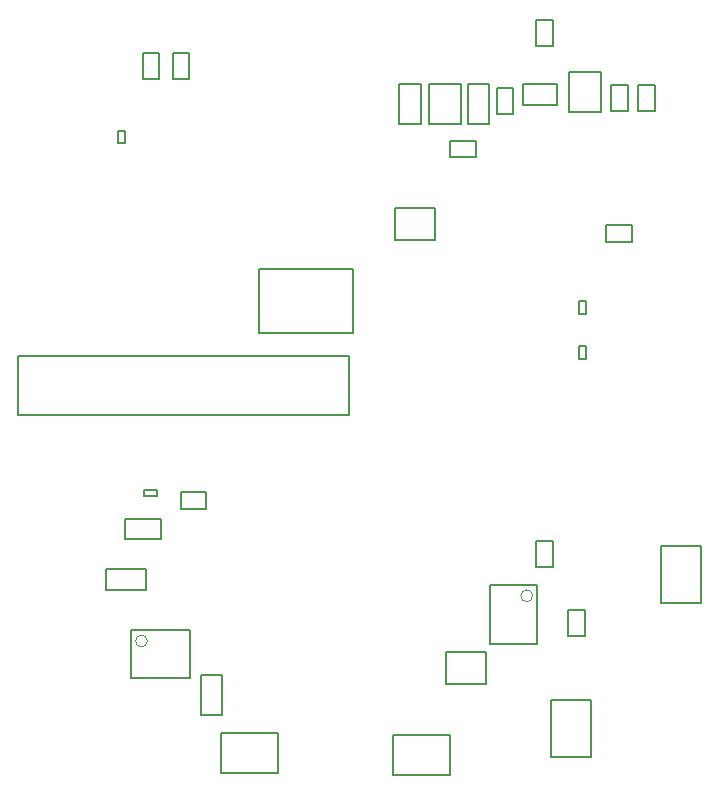
<source format=gbr>
G04 Layer_Color=16711935*
%FSLAX26Y26*%
%MOIN*%
%TF.FileFunction,Other,Mechanical_13*%
%TF.Part,Single*%
G01*
G75*
%TA.AperFunction,NonConductor*%
%ADD60C,0.003937*%
%ADD61C,0.005000*%
D60*
X1780252Y221520D02*
G03*
X1780252Y221520I-19685J0D01*
G01*
X495929Y70394D02*
G03*
X495929Y70394I-19685J0D01*
G01*
D61*
X1848542Y316692D02*
Y403306D01*
X1791456Y316692D02*
Y403306D01*
Y316692D02*
X1848542D01*
X1791456Y403306D02*
X1848542D01*
X1955598Y88126D02*
Y174740D01*
X1898512Y88126D02*
Y174740D01*
Y88126D02*
X1955598D01*
X1898512Y174740D02*
X1955598D01*
X1492126Y33584D02*
X1625986D01*
X1492126Y-72716D02*
X1625986D01*
Y33584D01*
X1492126Y-72716D02*
Y33584D01*
X1796000Y60102D02*
Y256954D01*
X1638520Y60102D02*
Y256954D01*
X1796000D01*
X1638520Y60102D02*
X1796000D01*
X1563566Y1794014D02*
X1634434D01*
X1563566Y1927872D02*
X1634434D01*
Y1794014D02*
Y1927872D01*
X1563566Y1794014D02*
Y1927872D01*
X1435850Y1794016D02*
X1542150D01*
X1435850Y1927874D02*
X1542150D01*
Y1794016D02*
Y1927874D01*
X1435850Y1794016D02*
Y1927874D01*
X1336219Y1794293D02*
X1407085D01*
X1336219Y1928150D02*
X1407085D01*
Y1794293D02*
Y1928150D01*
X1336219Y1794293D02*
Y1928150D01*
X2130456Y1837636D02*
X2187544D01*
X2130456Y1924250D02*
X2187544D01*
Y1837636D02*
Y1924250D01*
X2130456Y1837636D02*
Y1924250D01*
X2040458Y1837636D02*
X2097544D01*
X2040458Y1924250D02*
X2097544D01*
Y1837636D02*
Y1924250D01*
X2040458Y1837636D02*
Y1924250D01*
X1790220Y2141259D02*
X1847308D01*
X1790220Y2054645D02*
X1847308D01*
X1790220D02*
Y2141259D01*
X1847308Y2054645D02*
Y2141259D01*
X1842072Y-314488D02*
Y-125512D01*
X1975930Y-314488D02*
Y-125512D01*
X1842072D02*
X1975930D01*
X1842072Y-314488D02*
X1975930D01*
X1314512Y-376930D02*
Y-243070D01*
X1503490Y-376930D02*
Y-243070D01*
X1314512Y-376930D02*
X1503490D01*
X1314512Y-243070D02*
X1503490D01*
X741024Y-370550D02*
Y-236692D01*
X930000Y-370550D02*
Y-236692D01*
X741024Y-370550D02*
X930000D01*
X741024Y-236692D02*
X930000D01*
X1901181Y1966536D02*
X2007481D01*
X1901181Y1832676D02*
X2007481D01*
X1901181D02*
Y1966536D01*
X2007481Y1832676D02*
Y1966536D01*
X1662426Y1914252D02*
X1715574D01*
X1662426Y1827638D02*
X1715574D01*
X1662426D02*
Y1914252D01*
X1715574Y1827638D02*
Y1914252D01*
X1592308Y1684368D02*
Y1737518D01*
X1505692Y1684368D02*
Y1737518D01*
X1592308D01*
X1505692Y1684368D02*
X1592308D01*
X1747662Y1857912D02*
Y1926810D01*
X1861834Y1857912D02*
Y1926810D01*
X1747662D02*
X1861834D01*
X1747662Y1857912D02*
X1861834D01*
X485386Y552606D02*
Y574260D01*
X526724Y552606D02*
Y574260D01*
X485386Y552606D02*
X526724D01*
X485386Y574260D02*
X526724D01*
X1166929Y825394D02*
Y1022244D01*
X64567D02*
X1166929D01*
X64567Y825394D02*
Y1022244D01*
Y825394D02*
X1166929D01*
X1454332Y1406496D02*
Y1512796D01*
X1320472Y1406496D02*
Y1512796D01*
Y1406496D02*
X1454332D01*
X1320472Y1512796D02*
X1454332D01*
X2025693Y1401457D02*
Y1458543D01*
X2112307Y1401457D02*
Y1458543D01*
X2025693D02*
X2112307D01*
X2025693Y1401457D02*
X2112307D01*
X674566Y-43070D02*
X745432D01*
X674566Y-176928D02*
X745432D01*
X674566D02*
Y-43070D01*
X745432Y-176928D02*
Y-43070D01*
X423016Y409984D02*
Y478882D01*
X543094Y409984D02*
Y478882D01*
X423016D02*
X543094D01*
X423016Y409984D02*
X543094D01*
X358070Y239566D02*
Y310432D01*
X491928Y239566D02*
Y310432D01*
X358070Y239566D02*
X491928D01*
X358070Y310432D02*
X491928D01*
X637662Y-51653D02*
Y105827D01*
X440811Y-51653D02*
Y105827D01*
Y-51653D02*
X637662D01*
X440811Y105827D02*
X637662D01*
X481536Y1944803D02*
X534685D01*
X481536Y2031417D02*
X534685D01*
Y1944803D02*
Y2031417D01*
X481536Y1944803D02*
Y2031417D01*
X581535Y1944803D02*
X634685D01*
X581535Y2031417D02*
X634685D01*
Y1944803D02*
Y2031417D01*
X581535Y1944803D02*
Y2031417D01*
X399174Y1729330D02*
Y1770670D01*
X420826Y1729330D02*
Y1770670D01*
X399174D02*
X420826D01*
X399174Y1729330D02*
X420826D01*
X867913Y1097913D02*
Y1312087D01*
X1182087Y1097913D02*
Y1312087D01*
X867913D02*
X1182087D01*
X867913Y1097913D02*
X1182087D01*
X1936323Y1161394D02*
Y1202733D01*
X1957976Y1161394D02*
Y1202733D01*
X1936323D02*
X1957976D01*
X1936323Y1161394D02*
X1957976D01*
X2208126Y387922D02*
X2341984D01*
X2208126Y198946D02*
X2341984D01*
X2208126D02*
Y387922D01*
X2341984Y198946D02*
Y387922D01*
X606693Y568543D02*
X693307D01*
X606693Y511457D02*
X693307D01*
Y568543D01*
X606693Y511457D02*
Y568543D01*
X1936323Y1011394D02*
Y1052733D01*
X1957976Y1011394D02*
Y1052733D01*
X1936323D02*
X1957976D01*
X1936323Y1011394D02*
X1957976D01*
%TF.MD5,0b4a031bc3a39431360021938faa24d9*%
M02*

</source>
